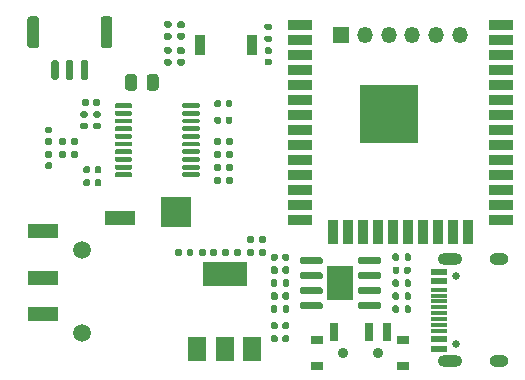
<source format=gbr>
%TF.GenerationSoftware,KiCad,Pcbnew,(5.1.8)-1*%
%TF.CreationDate,2021-11-13T22:26:41+08:00*%
%TF.ProjectId,wifiaudiorx,77696669-6175-4646-996f-72782e6b6963,rev?*%
%TF.SameCoordinates,Original*%
%TF.FileFunction,Soldermask,Top*%
%TF.FilePolarity,Negative*%
%FSLAX46Y46*%
G04 Gerber Fmt 4.6, Leading zero omitted, Abs format (unit mm)*
G04 Created by KiCad (PCBNEW (5.1.8)-1) date 2021-11-13 22:26:41*
%MOMM*%
%LPD*%
G01*
G04 APERTURE LIST*
%ADD10C,1.500000*%
%ADD11R,2.500000X1.200000*%
%ADD12O,1.350000X1.350000*%
%ADD13R,1.350000X1.350000*%
%ADD14R,0.900000X1.700000*%
%ADD15R,2.500000X2.500000*%
%ADD16R,1.450000X0.600000*%
%ADD17R,1.450000X0.300000*%
%ADD18O,2.100000X1.000000*%
%ADD19C,0.650000*%
%ADD20O,1.600000X1.000000*%
%ADD21R,1.000000X0.800000*%
%ADD22R,0.700000X1.500000*%
%ADD23C,0.900000*%
%ADD24R,2.000000X0.900000*%
%ADD25R,0.900000X2.000000*%
%ADD26R,5.000000X5.000000*%
%ADD27R,1.500000X2.000000*%
%ADD28R,3.800000X2.000000*%
%ADD29R,2.290000X3.000000*%
G04 APERTURE END LIST*
D10*
%TO.C,J1*%
X95100000Y-119475000D03*
X95100000Y-126475000D03*
D11*
X91850000Y-124875000D03*
X91850000Y-121875000D03*
X91850000Y-117875000D03*
X98350000Y-116775000D03*
%TD*%
%TO.C,R19*%
G36*
G01*
X106860000Y-113415000D02*
X106860000Y-113785000D01*
G75*
G02*
X106725000Y-113920000I-135000J0D01*
G01*
X106455000Y-113920000D01*
G75*
G02*
X106320000Y-113785000I0J135000D01*
G01*
X106320000Y-113415000D01*
G75*
G02*
X106455000Y-113280000I135000J0D01*
G01*
X106725000Y-113280000D01*
G75*
G02*
X106860000Y-113415000I0J-135000D01*
G01*
G37*
G36*
G01*
X107880000Y-113415000D02*
X107880000Y-113785000D01*
G75*
G02*
X107745000Y-113920000I-135000J0D01*
G01*
X107475000Y-113920000D01*
G75*
G02*
X107340000Y-113785000I0J135000D01*
G01*
X107340000Y-113415000D01*
G75*
G02*
X107475000Y-113280000I135000J0D01*
G01*
X107745000Y-113280000D01*
G75*
G02*
X107880000Y-113415000I0J-135000D01*
G01*
G37*
%TD*%
%TO.C,R14*%
G36*
G01*
X99800000Y-104849999D02*
X99800000Y-105750001D01*
G75*
G02*
X99550001Y-106000000I-249999J0D01*
G01*
X99024999Y-106000000D01*
G75*
G02*
X98775000Y-105750001I0J249999D01*
G01*
X98775000Y-104849999D01*
G75*
G02*
X99024999Y-104600000I249999J0D01*
G01*
X99550001Y-104600000D01*
G75*
G02*
X99800000Y-104849999I0J-249999D01*
G01*
G37*
G36*
G01*
X101625000Y-104849999D02*
X101625000Y-105750001D01*
G75*
G02*
X101375001Y-106000000I-249999J0D01*
G01*
X100849999Y-106000000D01*
G75*
G02*
X100600000Y-105750001I0J249999D01*
G01*
X100600000Y-104849999D01*
G75*
G02*
X100849999Y-104600000I249999J0D01*
G01*
X101375001Y-104600000D01*
G75*
G02*
X101625000Y-104849999I0J-249999D01*
G01*
G37*
%TD*%
%TO.C,R12*%
G36*
G01*
X93760000Y-110115000D02*
X93760000Y-110485000D01*
G75*
G02*
X93625000Y-110620000I-135000J0D01*
G01*
X93355000Y-110620000D01*
G75*
G02*
X93220000Y-110485000I0J135000D01*
G01*
X93220000Y-110115000D01*
G75*
G02*
X93355000Y-109980000I135000J0D01*
G01*
X93625000Y-109980000D01*
G75*
G02*
X93760000Y-110115000I0J-135000D01*
G01*
G37*
G36*
G01*
X94780000Y-110115000D02*
X94780000Y-110485000D01*
G75*
G02*
X94645000Y-110620000I-135000J0D01*
G01*
X94375000Y-110620000D01*
G75*
G02*
X94240000Y-110485000I0J135000D01*
G01*
X94240000Y-110115000D01*
G75*
G02*
X94375000Y-109980000I135000J0D01*
G01*
X94645000Y-109980000D01*
G75*
G02*
X94780000Y-110115000I0J-135000D01*
G01*
G37*
%TD*%
%TO.C,U2*%
G36*
G01*
X103625000Y-107375000D02*
X103625000Y-107175000D01*
G75*
G02*
X103725000Y-107075000I100000J0D01*
G01*
X105000000Y-107075000D01*
G75*
G02*
X105100000Y-107175000I0J-100000D01*
G01*
X105100000Y-107375000D01*
G75*
G02*
X105000000Y-107475000I-100000J0D01*
G01*
X103725000Y-107475000D01*
G75*
G02*
X103625000Y-107375000I0J100000D01*
G01*
G37*
G36*
G01*
X103625000Y-108025000D02*
X103625000Y-107825000D01*
G75*
G02*
X103725000Y-107725000I100000J0D01*
G01*
X105000000Y-107725000D01*
G75*
G02*
X105100000Y-107825000I0J-100000D01*
G01*
X105100000Y-108025000D01*
G75*
G02*
X105000000Y-108125000I-100000J0D01*
G01*
X103725000Y-108125000D01*
G75*
G02*
X103625000Y-108025000I0J100000D01*
G01*
G37*
G36*
G01*
X103625000Y-108675000D02*
X103625000Y-108475000D01*
G75*
G02*
X103725000Y-108375000I100000J0D01*
G01*
X105000000Y-108375000D01*
G75*
G02*
X105100000Y-108475000I0J-100000D01*
G01*
X105100000Y-108675000D01*
G75*
G02*
X105000000Y-108775000I-100000J0D01*
G01*
X103725000Y-108775000D01*
G75*
G02*
X103625000Y-108675000I0J100000D01*
G01*
G37*
G36*
G01*
X103625000Y-109325000D02*
X103625000Y-109125000D01*
G75*
G02*
X103725000Y-109025000I100000J0D01*
G01*
X105000000Y-109025000D01*
G75*
G02*
X105100000Y-109125000I0J-100000D01*
G01*
X105100000Y-109325000D01*
G75*
G02*
X105000000Y-109425000I-100000J0D01*
G01*
X103725000Y-109425000D01*
G75*
G02*
X103625000Y-109325000I0J100000D01*
G01*
G37*
G36*
G01*
X103625000Y-109975000D02*
X103625000Y-109775000D01*
G75*
G02*
X103725000Y-109675000I100000J0D01*
G01*
X105000000Y-109675000D01*
G75*
G02*
X105100000Y-109775000I0J-100000D01*
G01*
X105100000Y-109975000D01*
G75*
G02*
X105000000Y-110075000I-100000J0D01*
G01*
X103725000Y-110075000D01*
G75*
G02*
X103625000Y-109975000I0J100000D01*
G01*
G37*
G36*
G01*
X103625000Y-110625000D02*
X103625000Y-110425000D01*
G75*
G02*
X103725000Y-110325000I100000J0D01*
G01*
X105000000Y-110325000D01*
G75*
G02*
X105100000Y-110425000I0J-100000D01*
G01*
X105100000Y-110625000D01*
G75*
G02*
X105000000Y-110725000I-100000J0D01*
G01*
X103725000Y-110725000D01*
G75*
G02*
X103625000Y-110625000I0J100000D01*
G01*
G37*
G36*
G01*
X103625000Y-111275000D02*
X103625000Y-111075000D01*
G75*
G02*
X103725000Y-110975000I100000J0D01*
G01*
X105000000Y-110975000D01*
G75*
G02*
X105100000Y-111075000I0J-100000D01*
G01*
X105100000Y-111275000D01*
G75*
G02*
X105000000Y-111375000I-100000J0D01*
G01*
X103725000Y-111375000D01*
G75*
G02*
X103625000Y-111275000I0J100000D01*
G01*
G37*
G36*
G01*
X103625000Y-111925000D02*
X103625000Y-111725000D01*
G75*
G02*
X103725000Y-111625000I100000J0D01*
G01*
X105000000Y-111625000D01*
G75*
G02*
X105100000Y-111725000I0J-100000D01*
G01*
X105100000Y-111925000D01*
G75*
G02*
X105000000Y-112025000I-100000J0D01*
G01*
X103725000Y-112025000D01*
G75*
G02*
X103625000Y-111925000I0J100000D01*
G01*
G37*
G36*
G01*
X103625000Y-112575000D02*
X103625000Y-112375000D01*
G75*
G02*
X103725000Y-112275000I100000J0D01*
G01*
X105000000Y-112275000D01*
G75*
G02*
X105100000Y-112375000I0J-100000D01*
G01*
X105100000Y-112575000D01*
G75*
G02*
X105000000Y-112675000I-100000J0D01*
G01*
X103725000Y-112675000D01*
G75*
G02*
X103625000Y-112575000I0J100000D01*
G01*
G37*
G36*
G01*
X103625000Y-113225000D02*
X103625000Y-113025000D01*
G75*
G02*
X103725000Y-112925000I100000J0D01*
G01*
X105000000Y-112925000D01*
G75*
G02*
X105100000Y-113025000I0J-100000D01*
G01*
X105100000Y-113225000D01*
G75*
G02*
X105000000Y-113325000I-100000J0D01*
G01*
X103725000Y-113325000D01*
G75*
G02*
X103625000Y-113225000I0J100000D01*
G01*
G37*
G36*
G01*
X97900000Y-113225000D02*
X97900000Y-113025000D01*
G75*
G02*
X98000000Y-112925000I100000J0D01*
G01*
X99275000Y-112925000D01*
G75*
G02*
X99375000Y-113025000I0J-100000D01*
G01*
X99375000Y-113225000D01*
G75*
G02*
X99275000Y-113325000I-100000J0D01*
G01*
X98000000Y-113325000D01*
G75*
G02*
X97900000Y-113225000I0J100000D01*
G01*
G37*
G36*
G01*
X97900000Y-112575000D02*
X97900000Y-112375000D01*
G75*
G02*
X98000000Y-112275000I100000J0D01*
G01*
X99275000Y-112275000D01*
G75*
G02*
X99375000Y-112375000I0J-100000D01*
G01*
X99375000Y-112575000D01*
G75*
G02*
X99275000Y-112675000I-100000J0D01*
G01*
X98000000Y-112675000D01*
G75*
G02*
X97900000Y-112575000I0J100000D01*
G01*
G37*
G36*
G01*
X97900000Y-111925000D02*
X97900000Y-111725000D01*
G75*
G02*
X98000000Y-111625000I100000J0D01*
G01*
X99275000Y-111625000D01*
G75*
G02*
X99375000Y-111725000I0J-100000D01*
G01*
X99375000Y-111925000D01*
G75*
G02*
X99275000Y-112025000I-100000J0D01*
G01*
X98000000Y-112025000D01*
G75*
G02*
X97900000Y-111925000I0J100000D01*
G01*
G37*
G36*
G01*
X97900000Y-111275000D02*
X97900000Y-111075000D01*
G75*
G02*
X98000000Y-110975000I100000J0D01*
G01*
X99275000Y-110975000D01*
G75*
G02*
X99375000Y-111075000I0J-100000D01*
G01*
X99375000Y-111275000D01*
G75*
G02*
X99275000Y-111375000I-100000J0D01*
G01*
X98000000Y-111375000D01*
G75*
G02*
X97900000Y-111275000I0J100000D01*
G01*
G37*
G36*
G01*
X97900000Y-110625000D02*
X97900000Y-110425000D01*
G75*
G02*
X98000000Y-110325000I100000J0D01*
G01*
X99275000Y-110325000D01*
G75*
G02*
X99375000Y-110425000I0J-100000D01*
G01*
X99375000Y-110625000D01*
G75*
G02*
X99275000Y-110725000I-100000J0D01*
G01*
X98000000Y-110725000D01*
G75*
G02*
X97900000Y-110625000I0J100000D01*
G01*
G37*
G36*
G01*
X97900000Y-109975000D02*
X97900000Y-109775000D01*
G75*
G02*
X98000000Y-109675000I100000J0D01*
G01*
X99275000Y-109675000D01*
G75*
G02*
X99375000Y-109775000I0J-100000D01*
G01*
X99375000Y-109975000D01*
G75*
G02*
X99275000Y-110075000I-100000J0D01*
G01*
X98000000Y-110075000D01*
G75*
G02*
X97900000Y-109975000I0J100000D01*
G01*
G37*
G36*
G01*
X97900000Y-109325000D02*
X97900000Y-109125000D01*
G75*
G02*
X98000000Y-109025000I100000J0D01*
G01*
X99275000Y-109025000D01*
G75*
G02*
X99375000Y-109125000I0J-100000D01*
G01*
X99375000Y-109325000D01*
G75*
G02*
X99275000Y-109425000I-100000J0D01*
G01*
X98000000Y-109425000D01*
G75*
G02*
X97900000Y-109325000I0J100000D01*
G01*
G37*
G36*
G01*
X97900000Y-108675000D02*
X97900000Y-108475000D01*
G75*
G02*
X98000000Y-108375000I100000J0D01*
G01*
X99275000Y-108375000D01*
G75*
G02*
X99375000Y-108475000I0J-100000D01*
G01*
X99375000Y-108675000D01*
G75*
G02*
X99275000Y-108775000I-100000J0D01*
G01*
X98000000Y-108775000D01*
G75*
G02*
X97900000Y-108675000I0J100000D01*
G01*
G37*
G36*
G01*
X97900000Y-108025000D02*
X97900000Y-107825000D01*
G75*
G02*
X98000000Y-107725000I100000J0D01*
G01*
X99275000Y-107725000D01*
G75*
G02*
X99375000Y-107825000I0J-100000D01*
G01*
X99375000Y-108025000D01*
G75*
G02*
X99275000Y-108125000I-100000J0D01*
G01*
X98000000Y-108125000D01*
G75*
G02*
X97900000Y-108025000I0J100000D01*
G01*
G37*
G36*
G01*
X97900000Y-107375000D02*
X97900000Y-107175000D01*
G75*
G02*
X98000000Y-107075000I100000J0D01*
G01*
X99275000Y-107075000D01*
G75*
G02*
X99375000Y-107175000I0J-100000D01*
G01*
X99375000Y-107375000D01*
G75*
G02*
X99275000Y-107475000I-100000J0D01*
G01*
X98000000Y-107475000D01*
G75*
G02*
X97900000Y-107375000I0J100000D01*
G01*
G37*
%TD*%
%TO.C,R16*%
G36*
G01*
X102215000Y-101140000D02*
X102585000Y-101140000D01*
G75*
G02*
X102720000Y-101275000I0J-135000D01*
G01*
X102720000Y-101545000D01*
G75*
G02*
X102585000Y-101680000I-135000J0D01*
G01*
X102215000Y-101680000D01*
G75*
G02*
X102080000Y-101545000I0J135000D01*
G01*
X102080000Y-101275000D01*
G75*
G02*
X102215000Y-101140000I135000J0D01*
G01*
G37*
G36*
G01*
X102215000Y-100120000D02*
X102585000Y-100120000D01*
G75*
G02*
X102720000Y-100255000I0J-135000D01*
G01*
X102720000Y-100525000D01*
G75*
G02*
X102585000Y-100660000I-135000J0D01*
G01*
X102215000Y-100660000D01*
G75*
G02*
X102080000Y-100525000I0J135000D01*
G01*
X102080000Y-100255000D01*
G75*
G02*
X102215000Y-100120000I135000J0D01*
G01*
G37*
%TD*%
%TO.C,R15*%
G36*
G01*
X102585000Y-102860000D02*
X102215000Y-102860000D01*
G75*
G02*
X102080000Y-102725000I0J135000D01*
G01*
X102080000Y-102455000D01*
G75*
G02*
X102215000Y-102320000I135000J0D01*
G01*
X102585000Y-102320000D01*
G75*
G02*
X102720000Y-102455000I0J-135000D01*
G01*
X102720000Y-102725000D01*
G75*
G02*
X102585000Y-102860000I-135000J0D01*
G01*
G37*
G36*
G01*
X102585000Y-103880000D02*
X102215000Y-103880000D01*
G75*
G02*
X102080000Y-103745000I0J135000D01*
G01*
X102080000Y-103475000D01*
G75*
G02*
X102215000Y-103340000I135000J0D01*
G01*
X102585000Y-103340000D01*
G75*
G02*
X102720000Y-103475000I0J-135000D01*
G01*
X102720000Y-103745000D01*
G75*
G02*
X102585000Y-103880000I-135000J0D01*
G01*
G37*
%TD*%
%TO.C,R4*%
G36*
G01*
X109660000Y-118415000D02*
X109660000Y-118785000D01*
G75*
G02*
X109525000Y-118920000I-135000J0D01*
G01*
X109255000Y-118920000D01*
G75*
G02*
X109120000Y-118785000I0J135000D01*
G01*
X109120000Y-118415000D01*
G75*
G02*
X109255000Y-118280000I135000J0D01*
G01*
X109525000Y-118280000D01*
G75*
G02*
X109660000Y-118415000I0J-135000D01*
G01*
G37*
G36*
G01*
X110680000Y-118415000D02*
X110680000Y-118785000D01*
G75*
G02*
X110545000Y-118920000I-135000J0D01*
G01*
X110275000Y-118920000D01*
G75*
G02*
X110140000Y-118785000I0J135000D01*
G01*
X110140000Y-118415000D01*
G75*
G02*
X110275000Y-118280000I135000J0D01*
G01*
X110545000Y-118280000D01*
G75*
G02*
X110680000Y-118415000I0J-135000D01*
G01*
G37*
%TD*%
%TO.C,R3*%
G36*
G01*
X110715000Y-101340000D02*
X111085000Y-101340000D01*
G75*
G02*
X111220000Y-101475000I0J-135000D01*
G01*
X111220000Y-101745000D01*
G75*
G02*
X111085000Y-101880000I-135000J0D01*
G01*
X110715000Y-101880000D01*
G75*
G02*
X110580000Y-101745000I0J135000D01*
G01*
X110580000Y-101475000D01*
G75*
G02*
X110715000Y-101340000I135000J0D01*
G01*
G37*
G36*
G01*
X110715000Y-100320000D02*
X111085000Y-100320000D01*
G75*
G02*
X111220000Y-100455000I0J-135000D01*
G01*
X111220000Y-100725000D01*
G75*
G02*
X111085000Y-100860000I-135000J0D01*
G01*
X110715000Y-100860000D01*
G75*
G02*
X110580000Y-100725000I0J135000D01*
G01*
X110580000Y-100455000D01*
G75*
G02*
X110715000Y-100320000I135000J0D01*
G01*
G37*
%TD*%
%TO.C,D4*%
G36*
G01*
X103672500Y-100710000D02*
X103327500Y-100710000D01*
G75*
G02*
X103180000Y-100562500I0J147500D01*
G01*
X103180000Y-100267500D01*
G75*
G02*
X103327500Y-100120000I147500J0D01*
G01*
X103672500Y-100120000D01*
G75*
G02*
X103820000Y-100267500I0J-147500D01*
G01*
X103820000Y-100562500D01*
G75*
G02*
X103672500Y-100710000I-147500J0D01*
G01*
G37*
G36*
G01*
X103672500Y-101680000D02*
X103327500Y-101680000D01*
G75*
G02*
X103180000Y-101532500I0J147500D01*
G01*
X103180000Y-101237500D01*
G75*
G02*
X103327500Y-101090000I147500J0D01*
G01*
X103672500Y-101090000D01*
G75*
G02*
X103820000Y-101237500I0J-147500D01*
G01*
X103820000Y-101532500D01*
G75*
G02*
X103672500Y-101680000I-147500J0D01*
G01*
G37*
%TD*%
%TO.C,D3*%
G36*
G01*
X103327500Y-103290000D02*
X103672500Y-103290000D01*
G75*
G02*
X103820000Y-103437500I0J-147500D01*
G01*
X103820000Y-103732500D01*
G75*
G02*
X103672500Y-103880000I-147500J0D01*
G01*
X103327500Y-103880000D01*
G75*
G02*
X103180000Y-103732500I0J147500D01*
G01*
X103180000Y-103437500D01*
G75*
G02*
X103327500Y-103290000I147500J0D01*
G01*
G37*
G36*
G01*
X103327500Y-102320000D02*
X103672500Y-102320000D01*
G75*
G02*
X103820000Y-102467500I0J-147500D01*
G01*
X103820000Y-102762500D01*
G75*
G02*
X103672500Y-102910000I-147500J0D01*
G01*
X103327500Y-102910000D01*
G75*
G02*
X103180000Y-102762500I0J147500D01*
G01*
X103180000Y-102467500D01*
G75*
G02*
X103327500Y-102320000I147500J0D01*
G01*
G37*
%TD*%
%TO.C,C1*%
G36*
G01*
X110730000Y-103300000D02*
X111070000Y-103300000D01*
G75*
G02*
X111210000Y-103440000I0J-140000D01*
G01*
X111210000Y-103720000D01*
G75*
G02*
X111070000Y-103860000I-140000J0D01*
G01*
X110730000Y-103860000D01*
G75*
G02*
X110590000Y-103720000I0J140000D01*
G01*
X110590000Y-103440000D01*
G75*
G02*
X110730000Y-103300000I140000J0D01*
G01*
G37*
G36*
G01*
X110730000Y-102340000D02*
X111070000Y-102340000D01*
G75*
G02*
X111210000Y-102480000I0J-140000D01*
G01*
X111210000Y-102760000D01*
G75*
G02*
X111070000Y-102900000I-140000J0D01*
G01*
X110730000Y-102900000D01*
G75*
G02*
X110590000Y-102760000I0J140000D01*
G01*
X110590000Y-102480000D01*
G75*
G02*
X110730000Y-102340000I140000J0D01*
G01*
G37*
%TD*%
%TO.C,R8*%
G36*
G01*
X111660000Y-122115000D02*
X111660000Y-122485000D01*
G75*
G02*
X111525000Y-122620000I-135000J0D01*
G01*
X111255000Y-122620000D01*
G75*
G02*
X111120000Y-122485000I0J135000D01*
G01*
X111120000Y-122115000D01*
G75*
G02*
X111255000Y-121980000I135000J0D01*
G01*
X111525000Y-121980000D01*
G75*
G02*
X111660000Y-122115000I0J-135000D01*
G01*
G37*
G36*
G01*
X112680000Y-122115000D02*
X112680000Y-122485000D01*
G75*
G02*
X112545000Y-122620000I-135000J0D01*
G01*
X112275000Y-122620000D01*
G75*
G02*
X112140000Y-122485000I0J135000D01*
G01*
X112140000Y-122115000D01*
G75*
G02*
X112275000Y-121980000I135000J0D01*
G01*
X112545000Y-121980000D01*
G75*
G02*
X112680000Y-122115000I0J-135000D01*
G01*
G37*
%TD*%
%TO.C,R7*%
G36*
G01*
X122440000Y-123585000D02*
X122440000Y-123215000D01*
G75*
G02*
X122575000Y-123080000I135000J0D01*
G01*
X122845000Y-123080000D01*
G75*
G02*
X122980000Y-123215000I0J-135000D01*
G01*
X122980000Y-123585000D01*
G75*
G02*
X122845000Y-123720000I-135000J0D01*
G01*
X122575000Y-123720000D01*
G75*
G02*
X122440000Y-123585000I0J135000D01*
G01*
G37*
G36*
G01*
X121420000Y-123585000D02*
X121420000Y-123215000D01*
G75*
G02*
X121555000Y-123080000I135000J0D01*
G01*
X121825000Y-123080000D01*
G75*
G02*
X121960000Y-123215000I0J-135000D01*
G01*
X121960000Y-123585000D01*
G75*
G02*
X121825000Y-123720000I-135000J0D01*
G01*
X121555000Y-123720000D01*
G75*
G02*
X121420000Y-123585000I0J135000D01*
G01*
G37*
%TD*%
%TO.C,R6*%
G36*
G01*
X112140000Y-124685000D02*
X112140000Y-124315000D01*
G75*
G02*
X112275000Y-124180000I135000J0D01*
G01*
X112545000Y-124180000D01*
G75*
G02*
X112680000Y-124315000I0J-135000D01*
G01*
X112680000Y-124685000D01*
G75*
G02*
X112545000Y-124820000I-135000J0D01*
G01*
X112275000Y-124820000D01*
G75*
G02*
X112140000Y-124685000I0J135000D01*
G01*
G37*
G36*
G01*
X111120000Y-124685000D02*
X111120000Y-124315000D01*
G75*
G02*
X111255000Y-124180000I135000J0D01*
G01*
X111525000Y-124180000D01*
G75*
G02*
X111660000Y-124315000I0J-135000D01*
G01*
X111660000Y-124685000D01*
G75*
G02*
X111525000Y-124820000I-135000J0D01*
G01*
X111255000Y-124820000D01*
G75*
G02*
X111120000Y-124685000I0J135000D01*
G01*
G37*
%TD*%
%TO.C,R5*%
G36*
G01*
X122440000Y-120285000D02*
X122440000Y-119915000D01*
G75*
G02*
X122575000Y-119780000I135000J0D01*
G01*
X122845000Y-119780000D01*
G75*
G02*
X122980000Y-119915000I0J-135000D01*
G01*
X122980000Y-120285000D01*
G75*
G02*
X122845000Y-120420000I-135000J0D01*
G01*
X122575000Y-120420000D01*
G75*
G02*
X122440000Y-120285000I0J135000D01*
G01*
G37*
G36*
G01*
X121420000Y-120285000D02*
X121420000Y-119915000D01*
G75*
G02*
X121555000Y-119780000I135000J0D01*
G01*
X121825000Y-119780000D01*
G75*
G02*
X121960000Y-119915000I0J-135000D01*
G01*
X121960000Y-120285000D01*
G75*
G02*
X121825000Y-120420000I-135000J0D01*
G01*
X121555000Y-120420000D01*
G75*
G02*
X121420000Y-120285000I0J135000D01*
G01*
G37*
%TD*%
%TO.C,D2*%
G36*
G01*
X111710000Y-121027500D02*
X111710000Y-121372500D01*
G75*
G02*
X111562500Y-121520000I-147500J0D01*
G01*
X111267500Y-121520000D01*
G75*
G02*
X111120000Y-121372500I0J147500D01*
G01*
X111120000Y-121027500D01*
G75*
G02*
X111267500Y-120880000I147500J0D01*
G01*
X111562500Y-120880000D01*
G75*
G02*
X111710000Y-121027500I0J-147500D01*
G01*
G37*
G36*
G01*
X112680000Y-121027500D02*
X112680000Y-121372500D01*
G75*
G02*
X112532500Y-121520000I-147500J0D01*
G01*
X112237500Y-121520000D01*
G75*
G02*
X112090000Y-121372500I0J147500D01*
G01*
X112090000Y-121027500D01*
G75*
G02*
X112237500Y-120880000I147500J0D01*
G01*
X112532500Y-120880000D01*
G75*
G02*
X112680000Y-121027500I0J-147500D01*
G01*
G37*
%TD*%
%TO.C,D1*%
G36*
G01*
X111710000Y-123227500D02*
X111710000Y-123572500D01*
G75*
G02*
X111562500Y-123720000I-147500J0D01*
G01*
X111267500Y-123720000D01*
G75*
G02*
X111120000Y-123572500I0J147500D01*
G01*
X111120000Y-123227500D01*
G75*
G02*
X111267500Y-123080000I147500J0D01*
G01*
X111562500Y-123080000D01*
G75*
G02*
X111710000Y-123227500I0J-147500D01*
G01*
G37*
G36*
G01*
X112680000Y-123227500D02*
X112680000Y-123572500D01*
G75*
G02*
X112532500Y-123720000I-147500J0D01*
G01*
X112237500Y-123720000D01*
G75*
G02*
X112090000Y-123572500I0J147500D01*
G01*
X112090000Y-123227500D01*
G75*
G02*
X112237500Y-123080000I147500J0D01*
G01*
X112532500Y-123080000D01*
G75*
G02*
X112680000Y-123227500I0J-147500D01*
G01*
G37*
%TD*%
%TO.C,C5*%
G36*
G01*
X111700000Y-119930000D02*
X111700000Y-120270000D01*
G75*
G02*
X111560000Y-120410000I-140000J0D01*
G01*
X111280000Y-120410000D01*
G75*
G02*
X111140000Y-120270000I0J140000D01*
G01*
X111140000Y-119930000D01*
G75*
G02*
X111280000Y-119790000I140000J0D01*
G01*
X111560000Y-119790000D01*
G75*
G02*
X111700000Y-119930000I0J-140000D01*
G01*
G37*
G36*
G01*
X112660000Y-119930000D02*
X112660000Y-120270000D01*
G75*
G02*
X112520000Y-120410000I-140000J0D01*
G01*
X112240000Y-120410000D01*
G75*
G02*
X112100000Y-120270000I0J140000D01*
G01*
X112100000Y-119930000D01*
G75*
G02*
X112240000Y-119790000I140000J0D01*
G01*
X112520000Y-119790000D01*
G75*
G02*
X112660000Y-119930000I0J-140000D01*
G01*
G37*
%TD*%
%TO.C,C4*%
G36*
G01*
X122400000Y-121370000D02*
X122400000Y-121030000D01*
G75*
G02*
X122540000Y-120890000I140000J0D01*
G01*
X122820000Y-120890000D01*
G75*
G02*
X122960000Y-121030000I0J-140000D01*
G01*
X122960000Y-121370000D01*
G75*
G02*
X122820000Y-121510000I-140000J0D01*
G01*
X122540000Y-121510000D01*
G75*
G02*
X122400000Y-121370000I0J140000D01*
G01*
G37*
G36*
G01*
X121440000Y-121370000D02*
X121440000Y-121030000D01*
G75*
G02*
X121580000Y-120890000I140000J0D01*
G01*
X121860000Y-120890000D01*
G75*
G02*
X122000000Y-121030000I0J-140000D01*
G01*
X122000000Y-121370000D01*
G75*
G02*
X121860000Y-121510000I-140000J0D01*
G01*
X121580000Y-121510000D01*
G75*
G02*
X121440000Y-121370000I0J140000D01*
G01*
G37*
%TD*%
%TO.C,R2*%
G36*
G01*
X121960000Y-122115000D02*
X121960000Y-122485000D01*
G75*
G02*
X121825000Y-122620000I-135000J0D01*
G01*
X121555000Y-122620000D01*
G75*
G02*
X121420000Y-122485000I0J135000D01*
G01*
X121420000Y-122115000D01*
G75*
G02*
X121555000Y-121980000I135000J0D01*
G01*
X121825000Y-121980000D01*
G75*
G02*
X121960000Y-122115000I0J-135000D01*
G01*
G37*
G36*
G01*
X122980000Y-122115000D02*
X122980000Y-122485000D01*
G75*
G02*
X122845000Y-122620000I-135000J0D01*
G01*
X122575000Y-122620000D01*
G75*
G02*
X122440000Y-122485000I0J135000D01*
G01*
X122440000Y-122115000D01*
G75*
G02*
X122575000Y-121980000I135000J0D01*
G01*
X122845000Y-121980000D01*
G75*
G02*
X122980000Y-122115000I0J-135000D01*
G01*
G37*
%TD*%
%TO.C,R1*%
G36*
G01*
X122440000Y-124685000D02*
X122440000Y-124315000D01*
G75*
G02*
X122575000Y-124180000I135000J0D01*
G01*
X122845000Y-124180000D01*
G75*
G02*
X122980000Y-124315000I0J-135000D01*
G01*
X122980000Y-124685000D01*
G75*
G02*
X122845000Y-124820000I-135000J0D01*
G01*
X122575000Y-124820000D01*
G75*
G02*
X122440000Y-124685000I0J135000D01*
G01*
G37*
G36*
G01*
X121420000Y-124685000D02*
X121420000Y-124315000D01*
G75*
G02*
X121555000Y-124180000I135000J0D01*
G01*
X121825000Y-124180000D01*
G75*
G02*
X121960000Y-124315000I0J-135000D01*
G01*
X121960000Y-124685000D01*
G75*
G02*
X121825000Y-124820000I-135000J0D01*
G01*
X121555000Y-124820000D01*
G75*
G02*
X121420000Y-124685000I0J135000D01*
G01*
G37*
%TD*%
%TO.C,J2*%
G36*
G01*
X91500000Y-99950000D02*
X91500000Y-102150000D01*
G75*
G02*
X91250000Y-102400000I-250000J0D01*
G01*
X90750000Y-102400000D01*
G75*
G02*
X90500000Y-102150000I0J250000D01*
G01*
X90500000Y-99950000D01*
G75*
G02*
X90750000Y-99700000I250000J0D01*
G01*
X91250000Y-99700000D01*
G75*
G02*
X91500000Y-99950000I0J-250000D01*
G01*
G37*
G36*
G01*
X97700000Y-99950000D02*
X97700000Y-102150000D01*
G75*
G02*
X97450000Y-102400000I-250000J0D01*
G01*
X96950000Y-102400000D01*
G75*
G02*
X96700000Y-102150000I0J250000D01*
G01*
X96700000Y-99950000D01*
G75*
G02*
X96950000Y-99700000I250000J0D01*
G01*
X97450000Y-99700000D01*
G75*
G02*
X97700000Y-99950000I0J-250000D01*
G01*
G37*
G36*
G01*
X93150000Y-103550000D02*
X93150000Y-104950000D01*
G75*
G02*
X93000000Y-105100000I-150000J0D01*
G01*
X92700000Y-105100000D01*
G75*
G02*
X92550000Y-104950000I0J150000D01*
G01*
X92550000Y-103550000D01*
G75*
G02*
X92700000Y-103400000I150000J0D01*
G01*
X93000000Y-103400000D01*
G75*
G02*
X93150000Y-103550000I0J-150000D01*
G01*
G37*
G36*
G01*
X94400000Y-103550000D02*
X94400000Y-104950000D01*
G75*
G02*
X94250000Y-105100000I-150000J0D01*
G01*
X93950000Y-105100000D01*
G75*
G02*
X93800000Y-104950000I0J150000D01*
G01*
X93800000Y-103550000D01*
G75*
G02*
X93950000Y-103400000I150000J0D01*
G01*
X94250000Y-103400000D01*
G75*
G02*
X94400000Y-103550000I0J-150000D01*
G01*
G37*
G36*
G01*
X95650000Y-103550000D02*
X95650000Y-104950000D01*
G75*
G02*
X95500000Y-105100000I-150000J0D01*
G01*
X95200000Y-105100000D01*
G75*
G02*
X95050000Y-104950000I0J150000D01*
G01*
X95050000Y-103550000D01*
G75*
G02*
X95200000Y-103400000I150000J0D01*
G01*
X95500000Y-103400000D01*
G75*
G02*
X95650000Y-103550000I0J-150000D01*
G01*
G37*
%TD*%
%TO.C,R18*%
G36*
G01*
X110140000Y-119885000D02*
X110140000Y-119515000D01*
G75*
G02*
X110275000Y-119380000I135000J0D01*
G01*
X110545000Y-119380000D01*
G75*
G02*
X110680000Y-119515000I0J-135000D01*
G01*
X110680000Y-119885000D01*
G75*
G02*
X110545000Y-120020000I-135000J0D01*
G01*
X110275000Y-120020000D01*
G75*
G02*
X110140000Y-119885000I0J135000D01*
G01*
G37*
G36*
G01*
X109120000Y-119885000D02*
X109120000Y-119515000D01*
G75*
G02*
X109255000Y-119380000I135000J0D01*
G01*
X109525000Y-119380000D01*
G75*
G02*
X109660000Y-119515000I0J-135000D01*
G01*
X109660000Y-119885000D01*
G75*
G02*
X109525000Y-120020000I-135000J0D01*
G01*
X109255000Y-120020000D01*
G75*
G02*
X109120000Y-119885000I0J135000D01*
G01*
G37*
%TD*%
%TO.C,R17*%
G36*
G01*
X108040000Y-119885000D02*
X108040000Y-119515000D01*
G75*
G02*
X108175000Y-119380000I135000J0D01*
G01*
X108445000Y-119380000D01*
G75*
G02*
X108580000Y-119515000I0J-135000D01*
G01*
X108580000Y-119885000D01*
G75*
G02*
X108445000Y-120020000I-135000J0D01*
G01*
X108175000Y-120020000D01*
G75*
G02*
X108040000Y-119885000I0J135000D01*
G01*
G37*
G36*
G01*
X107020000Y-119885000D02*
X107020000Y-119515000D01*
G75*
G02*
X107155000Y-119380000I135000J0D01*
G01*
X107425000Y-119380000D01*
G75*
G02*
X107560000Y-119515000I0J-135000D01*
G01*
X107560000Y-119885000D01*
G75*
G02*
X107425000Y-120020000I-135000J0D01*
G01*
X107155000Y-120020000D01*
G75*
G02*
X107020000Y-119885000I0J135000D01*
G01*
G37*
%TD*%
%TO.C,C7*%
G36*
G01*
X103600000Y-119530000D02*
X103600000Y-119870000D01*
G75*
G02*
X103460000Y-120010000I-140000J0D01*
G01*
X103180000Y-120010000D01*
G75*
G02*
X103040000Y-119870000I0J140000D01*
G01*
X103040000Y-119530000D01*
G75*
G02*
X103180000Y-119390000I140000J0D01*
G01*
X103460000Y-119390000D01*
G75*
G02*
X103600000Y-119530000I0J-140000D01*
G01*
G37*
G36*
G01*
X104560000Y-119530000D02*
X104560000Y-119870000D01*
G75*
G02*
X104420000Y-120010000I-140000J0D01*
G01*
X104140000Y-120010000D01*
G75*
G02*
X104000000Y-119870000I0J140000D01*
G01*
X104000000Y-119530000D01*
G75*
G02*
X104140000Y-119390000I140000J0D01*
G01*
X104420000Y-119390000D01*
G75*
G02*
X104560000Y-119530000I0J-140000D01*
G01*
G37*
%TD*%
%TO.C,C6*%
G36*
G01*
X111700000Y-126830000D02*
X111700000Y-127170000D01*
G75*
G02*
X111560000Y-127310000I-140000J0D01*
G01*
X111280000Y-127310000D01*
G75*
G02*
X111140000Y-127170000I0J140000D01*
G01*
X111140000Y-126830000D01*
G75*
G02*
X111280000Y-126690000I140000J0D01*
G01*
X111560000Y-126690000D01*
G75*
G02*
X111700000Y-126830000I0J-140000D01*
G01*
G37*
G36*
G01*
X112660000Y-126830000D02*
X112660000Y-127170000D01*
G75*
G02*
X112520000Y-127310000I-140000J0D01*
G01*
X112240000Y-127310000D01*
G75*
G02*
X112100000Y-127170000I0J140000D01*
G01*
X112100000Y-126830000D01*
G75*
G02*
X112240000Y-126690000I140000J0D01*
G01*
X112520000Y-126690000D01*
G75*
G02*
X112660000Y-126830000I0J-140000D01*
G01*
G37*
%TD*%
%TO.C,C3*%
G36*
G01*
X106000000Y-119870000D02*
X106000000Y-119530000D01*
G75*
G02*
X106140000Y-119390000I140000J0D01*
G01*
X106420000Y-119390000D01*
G75*
G02*
X106560000Y-119530000I0J-140000D01*
G01*
X106560000Y-119870000D01*
G75*
G02*
X106420000Y-120010000I-140000J0D01*
G01*
X106140000Y-120010000D01*
G75*
G02*
X106000000Y-119870000I0J140000D01*
G01*
G37*
G36*
G01*
X105040000Y-119870000D02*
X105040000Y-119530000D01*
G75*
G02*
X105180000Y-119390000I140000J0D01*
G01*
X105460000Y-119390000D01*
G75*
G02*
X105600000Y-119530000I0J-140000D01*
G01*
X105600000Y-119870000D01*
G75*
G02*
X105460000Y-120010000I-140000J0D01*
G01*
X105180000Y-120010000D01*
G75*
G02*
X105040000Y-119870000I0J140000D01*
G01*
G37*
%TD*%
%TO.C,C2*%
G36*
G01*
X111700000Y-125730000D02*
X111700000Y-126070000D01*
G75*
G02*
X111560000Y-126210000I-140000J0D01*
G01*
X111280000Y-126210000D01*
G75*
G02*
X111140000Y-126070000I0J140000D01*
G01*
X111140000Y-125730000D01*
G75*
G02*
X111280000Y-125590000I140000J0D01*
G01*
X111560000Y-125590000D01*
G75*
G02*
X111700000Y-125730000I0J-140000D01*
G01*
G37*
G36*
G01*
X112660000Y-125730000D02*
X112660000Y-126070000D01*
G75*
G02*
X112520000Y-126210000I-140000J0D01*
G01*
X112240000Y-126210000D01*
G75*
G02*
X112100000Y-126070000I0J140000D01*
G01*
X112100000Y-125730000D01*
G75*
G02*
X112240000Y-125590000I140000J0D01*
G01*
X112520000Y-125590000D01*
G75*
G02*
X112660000Y-125730000I0J-140000D01*
G01*
G37*
%TD*%
%TO.C,R13*%
G36*
G01*
X93760000Y-111215000D02*
X93760000Y-111585000D01*
G75*
G02*
X93625000Y-111720000I-135000J0D01*
G01*
X93355000Y-111720000D01*
G75*
G02*
X93220000Y-111585000I0J135000D01*
G01*
X93220000Y-111215000D01*
G75*
G02*
X93355000Y-111080000I135000J0D01*
G01*
X93625000Y-111080000D01*
G75*
G02*
X93760000Y-111215000I0J-135000D01*
G01*
G37*
G36*
G01*
X94780000Y-111215000D02*
X94780000Y-111585000D01*
G75*
G02*
X94645000Y-111720000I-135000J0D01*
G01*
X94375000Y-111720000D01*
G75*
G02*
X94240000Y-111585000I0J135000D01*
G01*
X94240000Y-111215000D01*
G75*
G02*
X94375000Y-111080000I135000J0D01*
G01*
X94645000Y-111080000D01*
G75*
G02*
X94780000Y-111215000I0J-135000D01*
G01*
G37*
%TD*%
%TO.C,R11*%
G36*
G01*
X106860000Y-110115000D02*
X106860000Y-110485000D01*
G75*
G02*
X106725000Y-110620000I-135000J0D01*
G01*
X106455000Y-110620000D01*
G75*
G02*
X106320000Y-110485000I0J135000D01*
G01*
X106320000Y-110115000D01*
G75*
G02*
X106455000Y-109980000I135000J0D01*
G01*
X106725000Y-109980000D01*
G75*
G02*
X106860000Y-110115000I0J-135000D01*
G01*
G37*
G36*
G01*
X107880000Y-110115000D02*
X107880000Y-110485000D01*
G75*
G02*
X107745000Y-110620000I-135000J0D01*
G01*
X107475000Y-110620000D01*
G75*
G02*
X107340000Y-110485000I0J135000D01*
G01*
X107340000Y-110115000D01*
G75*
G02*
X107475000Y-109980000I135000J0D01*
G01*
X107745000Y-109980000D01*
G75*
G02*
X107880000Y-110115000I0J-135000D01*
G01*
G37*
%TD*%
%TO.C,R10*%
G36*
G01*
X107340000Y-111585000D02*
X107340000Y-111215000D01*
G75*
G02*
X107475000Y-111080000I135000J0D01*
G01*
X107745000Y-111080000D01*
G75*
G02*
X107880000Y-111215000I0J-135000D01*
G01*
X107880000Y-111585000D01*
G75*
G02*
X107745000Y-111720000I-135000J0D01*
G01*
X107475000Y-111720000D01*
G75*
G02*
X107340000Y-111585000I0J135000D01*
G01*
G37*
G36*
G01*
X106320000Y-111585000D02*
X106320000Y-111215000D01*
G75*
G02*
X106455000Y-111080000I135000J0D01*
G01*
X106725000Y-111080000D01*
G75*
G02*
X106860000Y-111215000I0J-135000D01*
G01*
X106860000Y-111585000D01*
G75*
G02*
X106725000Y-111720000I-135000J0D01*
G01*
X106455000Y-111720000D01*
G75*
G02*
X106320000Y-111585000I0J135000D01*
G01*
G37*
%TD*%
%TO.C,R9*%
G36*
G01*
X106860000Y-112315000D02*
X106860000Y-112685000D01*
G75*
G02*
X106725000Y-112820000I-135000J0D01*
G01*
X106455000Y-112820000D01*
G75*
G02*
X106320000Y-112685000I0J135000D01*
G01*
X106320000Y-112315000D01*
G75*
G02*
X106455000Y-112180000I135000J0D01*
G01*
X106725000Y-112180000D01*
G75*
G02*
X106860000Y-112315000I0J-135000D01*
G01*
G37*
G36*
G01*
X107880000Y-112315000D02*
X107880000Y-112685000D01*
G75*
G02*
X107745000Y-112820000I-135000J0D01*
G01*
X107475000Y-112820000D01*
G75*
G02*
X107340000Y-112685000I0J135000D01*
G01*
X107340000Y-112315000D01*
G75*
G02*
X107475000Y-112180000I135000J0D01*
G01*
X107745000Y-112180000D01*
G75*
G02*
X107880000Y-112315000I0J-135000D01*
G01*
G37*
%TD*%
%TO.C,C16*%
G36*
G01*
X95470000Y-108300000D02*
X95130000Y-108300000D01*
G75*
G02*
X94990000Y-108160000I0J140000D01*
G01*
X94990000Y-107880000D01*
G75*
G02*
X95130000Y-107740000I140000J0D01*
G01*
X95470000Y-107740000D01*
G75*
G02*
X95610000Y-107880000I0J-140000D01*
G01*
X95610000Y-108160000D01*
G75*
G02*
X95470000Y-108300000I-140000J0D01*
G01*
G37*
G36*
G01*
X95470000Y-109260000D02*
X95130000Y-109260000D01*
G75*
G02*
X94990000Y-109120000I0J140000D01*
G01*
X94990000Y-108840000D01*
G75*
G02*
X95130000Y-108700000I140000J0D01*
G01*
X95470000Y-108700000D01*
G75*
G02*
X95610000Y-108840000I0J-140000D01*
G01*
X95610000Y-109120000D01*
G75*
G02*
X95470000Y-109260000I-140000J0D01*
G01*
G37*
%TD*%
%TO.C,C15*%
G36*
G01*
X106900000Y-108330000D02*
X106900000Y-108670000D01*
G75*
G02*
X106760000Y-108810000I-140000J0D01*
G01*
X106480000Y-108810000D01*
G75*
G02*
X106340000Y-108670000I0J140000D01*
G01*
X106340000Y-108330000D01*
G75*
G02*
X106480000Y-108190000I140000J0D01*
G01*
X106760000Y-108190000D01*
G75*
G02*
X106900000Y-108330000I0J-140000D01*
G01*
G37*
G36*
G01*
X107860000Y-108330000D02*
X107860000Y-108670000D01*
G75*
G02*
X107720000Y-108810000I-140000J0D01*
G01*
X107440000Y-108810000D01*
G75*
G02*
X107300000Y-108670000I0J140000D01*
G01*
X107300000Y-108330000D01*
G75*
G02*
X107440000Y-108190000I140000J0D01*
G01*
X107720000Y-108190000D01*
G75*
G02*
X107860000Y-108330000I0J-140000D01*
G01*
G37*
%TD*%
%TO.C,C14*%
G36*
G01*
X96230000Y-108700000D02*
X96570000Y-108700000D01*
G75*
G02*
X96710000Y-108840000I0J-140000D01*
G01*
X96710000Y-109120000D01*
G75*
G02*
X96570000Y-109260000I-140000J0D01*
G01*
X96230000Y-109260000D01*
G75*
G02*
X96090000Y-109120000I0J140000D01*
G01*
X96090000Y-108840000D01*
G75*
G02*
X96230000Y-108700000I140000J0D01*
G01*
G37*
G36*
G01*
X96230000Y-107740000D02*
X96570000Y-107740000D01*
G75*
G02*
X96710000Y-107880000I0J-140000D01*
G01*
X96710000Y-108160000D01*
G75*
G02*
X96570000Y-108300000I-140000J0D01*
G01*
X96230000Y-108300000D01*
G75*
G02*
X96090000Y-108160000I0J140000D01*
G01*
X96090000Y-107880000D01*
G75*
G02*
X96230000Y-107740000I140000J0D01*
G01*
G37*
%TD*%
%TO.C,C13*%
G36*
G01*
X92470000Y-111680000D02*
X92130000Y-111680000D01*
G75*
G02*
X91990000Y-111540000I0J140000D01*
G01*
X91990000Y-111260000D01*
G75*
G02*
X92130000Y-111120000I140000J0D01*
G01*
X92470000Y-111120000D01*
G75*
G02*
X92610000Y-111260000I0J-140000D01*
G01*
X92610000Y-111540000D01*
G75*
G02*
X92470000Y-111680000I-140000J0D01*
G01*
G37*
G36*
G01*
X92470000Y-112640000D02*
X92130000Y-112640000D01*
G75*
G02*
X91990000Y-112500000I0J140000D01*
G01*
X91990000Y-112220000D01*
G75*
G02*
X92130000Y-112080000I140000J0D01*
G01*
X92470000Y-112080000D01*
G75*
G02*
X92610000Y-112220000I0J-140000D01*
G01*
X92610000Y-112500000D01*
G75*
G02*
X92470000Y-112640000I-140000J0D01*
G01*
G37*
%TD*%
%TO.C,C12*%
G36*
G01*
X92130000Y-110000000D02*
X92470000Y-110000000D01*
G75*
G02*
X92610000Y-110140000I0J-140000D01*
G01*
X92610000Y-110420000D01*
G75*
G02*
X92470000Y-110560000I-140000J0D01*
G01*
X92130000Y-110560000D01*
G75*
G02*
X91990000Y-110420000I0J140000D01*
G01*
X91990000Y-110140000D01*
G75*
G02*
X92130000Y-110000000I140000J0D01*
G01*
G37*
G36*
G01*
X92130000Y-109040000D02*
X92470000Y-109040000D01*
G75*
G02*
X92610000Y-109180000I0J-140000D01*
G01*
X92610000Y-109460000D01*
G75*
G02*
X92470000Y-109600000I-140000J0D01*
G01*
X92130000Y-109600000D01*
G75*
G02*
X91990000Y-109460000I0J140000D01*
G01*
X91990000Y-109180000D01*
G75*
G02*
X92130000Y-109040000I140000J0D01*
G01*
G37*
%TD*%
%TO.C,C11*%
G36*
G01*
X95800000Y-113630000D02*
X95800000Y-113970000D01*
G75*
G02*
X95660000Y-114110000I-140000J0D01*
G01*
X95380000Y-114110000D01*
G75*
G02*
X95240000Y-113970000I0J140000D01*
G01*
X95240000Y-113630000D01*
G75*
G02*
X95380000Y-113490000I140000J0D01*
G01*
X95660000Y-113490000D01*
G75*
G02*
X95800000Y-113630000I0J-140000D01*
G01*
G37*
G36*
G01*
X96760000Y-113630000D02*
X96760000Y-113970000D01*
G75*
G02*
X96620000Y-114110000I-140000J0D01*
G01*
X96340000Y-114110000D01*
G75*
G02*
X96200000Y-113970000I0J140000D01*
G01*
X96200000Y-113630000D01*
G75*
G02*
X96340000Y-113490000I140000J0D01*
G01*
X96620000Y-113490000D01*
G75*
G02*
X96760000Y-113630000I0J-140000D01*
G01*
G37*
%TD*%
%TO.C,C10*%
G36*
G01*
X107300000Y-107270000D02*
X107300000Y-106930000D01*
G75*
G02*
X107440000Y-106790000I140000J0D01*
G01*
X107720000Y-106790000D01*
G75*
G02*
X107860000Y-106930000I0J-140000D01*
G01*
X107860000Y-107270000D01*
G75*
G02*
X107720000Y-107410000I-140000J0D01*
G01*
X107440000Y-107410000D01*
G75*
G02*
X107300000Y-107270000I0J140000D01*
G01*
G37*
G36*
G01*
X106340000Y-107270000D02*
X106340000Y-106930000D01*
G75*
G02*
X106480000Y-106790000I140000J0D01*
G01*
X106760000Y-106790000D01*
G75*
G02*
X106900000Y-106930000I0J-140000D01*
G01*
X106900000Y-107270000D01*
G75*
G02*
X106760000Y-107410000I-140000J0D01*
G01*
X106480000Y-107410000D01*
G75*
G02*
X106340000Y-107270000I0J140000D01*
G01*
G37*
%TD*%
%TO.C,C9*%
G36*
G01*
X95700000Y-106830000D02*
X95700000Y-107170000D01*
G75*
G02*
X95560000Y-107310000I-140000J0D01*
G01*
X95280000Y-107310000D01*
G75*
G02*
X95140000Y-107170000I0J140000D01*
G01*
X95140000Y-106830000D01*
G75*
G02*
X95280000Y-106690000I140000J0D01*
G01*
X95560000Y-106690000D01*
G75*
G02*
X95700000Y-106830000I0J-140000D01*
G01*
G37*
G36*
G01*
X96660000Y-106830000D02*
X96660000Y-107170000D01*
G75*
G02*
X96520000Y-107310000I-140000J0D01*
G01*
X96240000Y-107310000D01*
G75*
G02*
X96100000Y-107170000I0J140000D01*
G01*
X96100000Y-106830000D01*
G75*
G02*
X96240000Y-106690000I140000J0D01*
G01*
X96520000Y-106690000D01*
G75*
G02*
X96660000Y-106830000I0J-140000D01*
G01*
G37*
%TD*%
%TO.C,C8*%
G36*
G01*
X95800000Y-112530000D02*
X95800000Y-112870000D01*
G75*
G02*
X95660000Y-113010000I-140000J0D01*
G01*
X95380000Y-113010000D01*
G75*
G02*
X95240000Y-112870000I0J140000D01*
G01*
X95240000Y-112530000D01*
G75*
G02*
X95380000Y-112390000I140000J0D01*
G01*
X95660000Y-112390000D01*
G75*
G02*
X95800000Y-112530000I0J-140000D01*
G01*
G37*
G36*
G01*
X96760000Y-112530000D02*
X96760000Y-112870000D01*
G75*
G02*
X96620000Y-113010000I-140000J0D01*
G01*
X96340000Y-113010000D01*
G75*
G02*
X96200000Y-112870000I0J140000D01*
G01*
X96200000Y-112530000D01*
G75*
G02*
X96340000Y-112390000I140000J0D01*
G01*
X96620000Y-112390000D01*
G75*
G02*
X96760000Y-112530000I0J-140000D01*
G01*
G37*
%TD*%
D12*
%TO.C,J8*%
X127100000Y-101300000D03*
X125100000Y-101300000D03*
X123100000Y-101300000D03*
X121100000Y-101300000D03*
X119100000Y-101300000D03*
D13*
X117100000Y-101300000D03*
%TD*%
D14*
%TO.C,SW2*%
X109500000Y-102100000D03*
X105100000Y-102100000D03*
%TD*%
D15*
%TO.C,J7*%
X103100000Y-116300000D03*
%TD*%
D16*
%TO.C,J6*%
X125355000Y-121350000D03*
X125355000Y-122150000D03*
X125355000Y-127050000D03*
X125355000Y-127850000D03*
X125355000Y-127850000D03*
X125355000Y-127050000D03*
X125355000Y-122150000D03*
X125355000Y-121350000D03*
D17*
X125355000Y-126350000D03*
X125355000Y-125850000D03*
X125355000Y-125350000D03*
X125355000Y-124350000D03*
X125355000Y-123850000D03*
X125355000Y-123350000D03*
X125355000Y-122850000D03*
X125355000Y-124850000D03*
D18*
X126270000Y-120280000D03*
X126270000Y-128920000D03*
D19*
X126800000Y-127490000D03*
D20*
X130450000Y-128920000D03*
D19*
X126800000Y-121710000D03*
D20*
X130450000Y-120280000D03*
%TD*%
D21*
%TO.C,SW1*%
X115050000Y-127120000D03*
X122350000Y-127120000D03*
X122350000Y-129330000D03*
X115050000Y-129330000D03*
D22*
X120950000Y-126470000D03*
X119450000Y-126470000D03*
X116450000Y-126470000D03*
D23*
X120200000Y-128230000D03*
X117200000Y-128230000D03*
%TD*%
D24*
%TO.C,U1*%
X130600000Y-100445000D03*
X130600000Y-101715000D03*
X130600000Y-102985000D03*
X130600000Y-104255000D03*
X130600000Y-105525000D03*
X130600000Y-106795000D03*
X130600000Y-108065000D03*
X130600000Y-109335000D03*
X130600000Y-110605000D03*
X130600000Y-111875000D03*
X130600000Y-113145000D03*
X130600000Y-114415000D03*
X130600000Y-115685000D03*
X130600000Y-116955000D03*
D25*
X127815000Y-117955000D03*
X126545000Y-117955000D03*
X125275000Y-117955000D03*
X124005000Y-117955000D03*
X122735000Y-117955000D03*
X121465000Y-117955000D03*
X120195000Y-117955000D03*
X118925000Y-117955000D03*
X117655000Y-117955000D03*
X116385000Y-117955000D03*
D24*
X113600000Y-116955000D03*
X113600000Y-115685000D03*
X113600000Y-114415000D03*
X113600000Y-113145000D03*
X113600000Y-111875000D03*
X113600000Y-110605000D03*
X113600000Y-109335000D03*
X113600000Y-108065000D03*
X113600000Y-106795000D03*
X113600000Y-105525000D03*
X113600000Y-104255000D03*
X113600000Y-102985000D03*
X113600000Y-101715000D03*
X113600000Y-100445000D03*
D26*
X121100000Y-107945000D03*
%TD*%
D27*
%TO.C,U4*%
X104900000Y-127850000D03*
X109500000Y-127850000D03*
X107200000Y-127850000D03*
D28*
X107200000Y-121550000D03*
%TD*%
D29*
%TO.C,U3*%
X117000000Y-122300000D03*
G36*
G01*
X115500000Y-124055000D02*
X115500000Y-124355000D01*
G75*
G02*
X115350000Y-124505000I-150000J0D01*
G01*
X113700000Y-124505000D01*
G75*
G02*
X113550000Y-124355000I0J150000D01*
G01*
X113550000Y-124055000D01*
G75*
G02*
X113700000Y-123905000I150000J0D01*
G01*
X115350000Y-123905000D01*
G75*
G02*
X115500000Y-124055000I0J-150000D01*
G01*
G37*
G36*
G01*
X115500000Y-122785000D02*
X115500000Y-123085000D01*
G75*
G02*
X115350000Y-123235000I-150000J0D01*
G01*
X113700000Y-123235000D01*
G75*
G02*
X113550000Y-123085000I0J150000D01*
G01*
X113550000Y-122785000D01*
G75*
G02*
X113700000Y-122635000I150000J0D01*
G01*
X115350000Y-122635000D01*
G75*
G02*
X115500000Y-122785000I0J-150000D01*
G01*
G37*
G36*
G01*
X115500000Y-121515000D02*
X115500000Y-121815000D01*
G75*
G02*
X115350000Y-121965000I-150000J0D01*
G01*
X113700000Y-121965000D01*
G75*
G02*
X113550000Y-121815000I0J150000D01*
G01*
X113550000Y-121515000D01*
G75*
G02*
X113700000Y-121365000I150000J0D01*
G01*
X115350000Y-121365000D01*
G75*
G02*
X115500000Y-121515000I0J-150000D01*
G01*
G37*
G36*
G01*
X115500000Y-120245000D02*
X115500000Y-120545000D01*
G75*
G02*
X115350000Y-120695000I-150000J0D01*
G01*
X113700000Y-120695000D01*
G75*
G02*
X113550000Y-120545000I0J150000D01*
G01*
X113550000Y-120245000D01*
G75*
G02*
X113700000Y-120095000I150000J0D01*
G01*
X115350000Y-120095000D01*
G75*
G02*
X115500000Y-120245000I0J-150000D01*
G01*
G37*
G36*
G01*
X120450000Y-120245000D02*
X120450000Y-120545000D01*
G75*
G02*
X120300000Y-120695000I-150000J0D01*
G01*
X118650000Y-120695000D01*
G75*
G02*
X118500000Y-120545000I0J150000D01*
G01*
X118500000Y-120245000D01*
G75*
G02*
X118650000Y-120095000I150000J0D01*
G01*
X120300000Y-120095000D01*
G75*
G02*
X120450000Y-120245000I0J-150000D01*
G01*
G37*
G36*
G01*
X120450000Y-121515000D02*
X120450000Y-121815000D01*
G75*
G02*
X120300000Y-121965000I-150000J0D01*
G01*
X118650000Y-121965000D01*
G75*
G02*
X118500000Y-121815000I0J150000D01*
G01*
X118500000Y-121515000D01*
G75*
G02*
X118650000Y-121365000I150000J0D01*
G01*
X120300000Y-121365000D01*
G75*
G02*
X120450000Y-121515000I0J-150000D01*
G01*
G37*
G36*
G01*
X120450000Y-122785000D02*
X120450000Y-123085000D01*
G75*
G02*
X120300000Y-123235000I-150000J0D01*
G01*
X118650000Y-123235000D01*
G75*
G02*
X118500000Y-123085000I0J150000D01*
G01*
X118500000Y-122785000D01*
G75*
G02*
X118650000Y-122635000I150000J0D01*
G01*
X120300000Y-122635000D01*
G75*
G02*
X120450000Y-122785000I0J-150000D01*
G01*
G37*
G36*
G01*
X120450000Y-124055000D02*
X120450000Y-124355000D01*
G75*
G02*
X120300000Y-124505000I-150000J0D01*
G01*
X118650000Y-124505000D01*
G75*
G02*
X118500000Y-124355000I0J150000D01*
G01*
X118500000Y-124055000D01*
G75*
G02*
X118650000Y-123905000I150000J0D01*
G01*
X120300000Y-123905000D01*
G75*
G02*
X120450000Y-124055000I0J-150000D01*
G01*
G37*
%TD*%
M02*

</source>
